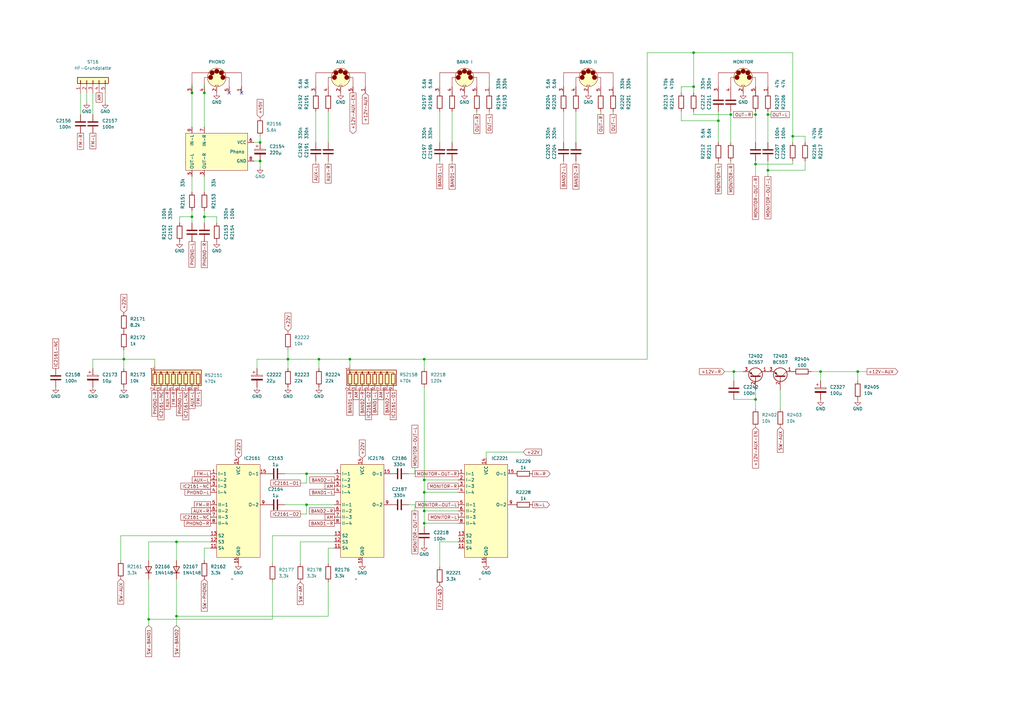
<source format=kicad_sch>
(kicad_sch (version 20230121) (generator eeschema)
  (paper "A3")
  (lib_symbols
    (symbol "Connector_Generic:Conn_01x05" (pin_names (offset 1.016) hide)
      (property "Reference" "J" (at 0 7.62 0))
      (property "Value" "Conn_01x05" (at 0 -7.62 0))
      (symbol "Conn_01x05_1_1"
        (pin passive line (at -5.08 5.08 0) (length 3.81) (name "Pin_1") (number "1"))
        (pin passive line (at -5.08 2.54 0) (length 3.81) (name "Pin_2") (number "2"))
        (pin passive line (at -5.08 0 0) (length 3.81) (name "Pin_3") (number "3"))
        (pin passive line (at -5.08 -2.54 0) (length 3.81) (name "Pin_4") (number "4"))
        (pin passive line (at -5.08 -5.08 0) (length 3.81) (name "Pin_5") (number "5"))
      )
    )
    (symbol "Device:C" (pin_numbers hide) (pin_names (offset 0.254))
      (property "Reference" "C" (at 0.635 2.54 0))
      (property "Value" "C" (at 0.635 -2.54 0))
      (symbol "C_1_1"
        (pin passive line (at 0 3.81 270) (length 2.794) (name "~") (number "1"))
        (pin passive line (at 0 -3.81 90) (length 2.794) (name "~") (number "2"))
      )
    )
    (symbol "Device:C_Polarized" (pin_numbers hide) (pin_names (offset 0.254))
      (property "Reference" "C" (at 0.635 2.54 0))
      (property "Value" "C_Polarized" (at 0.635 -2.54 0))
      (symbol "C_Polarized_1_1"
        (pin passive line (at 0 3.81 270) (length 2.794) (name "~") (number "1"))
        (pin passive line (at 0 -3.81 90) (length 2.794) (name "~") (number "2"))
      )
    )
    (symbol "Device:D" (pin_numbers hide) (pin_names (offset 1.016) hide)
      (property "Reference" "D" (at 0 2.54 0))
      (property "Value" "D" (at 0 -2.54 0))
      (symbol "D_1_1"
        (pin passive line (at -3.81 0 0) (length 2.54) (name "K") (number "1"))
        (pin passive line (at 3.81 0 180) (length 2.54) (name "A") (number "2"))
      )
    )
    (symbol "Device:R" (pin_numbers hide) (pin_names (offset 0))
      (property "Reference" "R" (at 2.032 0 90))
      (property "Value" "R" (at 0 0 90))
      (symbol "R_1_1"
        (pin passive line (at 0 3.81 270) (length 1.27) (name "~") (number "1"))
        (pin passive line (at 0 -3.81 90) (length 1.27) (name "~") (number "2"))
      )
    )
    (symbol "Device:R_Network08" (pin_names (offset 0) hide)
      (property "Reference" "RN" (at -12.7 0 90))
      (property "Value" "R_Network08" (at 10.16 0 90))
      (symbol "R_Network08_1_1"
        (pin passive line (at -10.16 5.08 270) (length 2.54) (name "common") (number "1"))
        (pin passive line (at -10.16 -5.08 90) (length 1.27) (name "R1") (number "2"))
        (pin passive line (at -7.62 -5.08 90) (length 1.27) (name "R2") (number "3"))
        (pin passive line (at -5.08 -5.08 90) (length 1.27) (name "R3") (number "4"))
        (pin passive line (at -2.54 -5.08 90) (length 1.27) (name "R4") (number "5"))
        (pin passive line (at 0 -5.08 90) (length 1.27) (name "R5") (number "6"))
        (pin passive line (at 2.54 -5.08 90) (length 1.27) (name "R6") (number "7"))
        (pin passive line (at 5.08 -5.08 90) (length 1.27) (name "R7") (number "8"))
        (pin passive line (at 7.62 -5.08 90) (length 1.27) (name "R8") (number "9"))
      )
    )
    (symbol "Library:Phono"
      (property "Reference" "U" (at 0 12.7 0))
      (symbol "Phono_1_1"
        (pin output line (at -5.08 -7.62 90) (length 2.54) (name "OUT-R") (number "3"))
        (pin output line (at -10.16 -7.62 90) (length 2.54) (name "OUT-L") (number "5"))
        (pin input line (at 15.24 6.35 180) (length 2.54) (name "VCC") (number "6"))
        (pin input line (at -5.08 12.7 270) (length 2.54) (name "IN-R") (number "7"))
        (pin input line (at 15.24 -1.27 180) (length 2.54) (name "GND") (number "8"))
        (pin input line (at -10.16 12.7 270) (length 2.54) (name "IN-L") (number "9"))
      )
    )
    (symbol "Library:Source_DIN-41524"
      (property "Reference" "J" (at 0 12.7 0))
      (symbol "Source_DIN-41524_1_1"
        (pin input line (at 10.16 0 90) (length 2.54) (name "") (number "1"))
        (pin passive line (at 0 0 90) (length 2.54) (name "") (number "2"))
        (pin output line (at -10.16 0 90) (length 2.54) (name "") (number "3"))
        (pin output line (at -5.08 0 90) (length 2.54) (name "") (number "4"))
        (pin input line (at 5.08 0 90) (length 2.54) (name "") (number "5"))
      )
    )
    (symbol "Library:TDA1029"
      (property "Reference" "U" (at 0 11.43 0))
      (symbol "TDA1029_1_1"
        (pin input line (at -11.43 -3.81 0) (length 2.54) (name "I-1") (number "1"))
        (pin input line (at -11.43 -34.29 0) (length 2.54) (name "S4") (number "11"))
        (pin input line (at -11.43 -31.75 0) (length 2.54) (name "S3") (number "12"))
        (pin input line (at -11.43 -29.21 0) (length 2.54) (name "S2") (number "13"))
        (pin passive line (at 0 2.54 270) (length 2.54) (name "VCC") (number "14"))
        (pin output line (at 11.43 -3.81 180) (length 2.54) (name "O-1") (number "15"))
        (pin passive line (at 0 -40.64 90) (length 2.54) (name "GND") (number "16"))
        (pin input line (at -11.43 -6.35 0) (length 2.54) (name "I-2") (number "2"))
        (pin input line (at -11.43 -8.89 0) (length 2.54) (name "I-3") (number "3"))
        (pin input line (at -11.43 -11.43 0) (length 2.54) (name "I-4") (number "4"))
        (pin input line (at -11.43 -16.51 0) (length 2.54) (name "II-1") (number "5"))
        (pin input line (at -11.43 -19.05 0) (length 2.54) (name "II-2") (number "6"))
        (pin input line (at -11.43 -21.59 0) (length 2.54) (name "II-3") (number "7"))
        (pin input line (at -11.43 -24.13 0) (length 2.54) (name "II-4") (number "8"))
        (pin output line (at 11.43 -16.51 180) (length 2.54) (name "O-2") (number "9"))
      )
    )
    (symbol "Transistor_BJT:BC557" (pin_names (offset 0) hide)
      (property "Reference" "Q" (at 5.08 1.905 0))
      (property "Value" "BC557" (at 5.08 0 0))
      (symbol "BC557_1_1"
        (pin passive line (at 2.54 5.08 270) (length 2.54) (name "C") (number "1"))
        (pin input line (at -5.08 0 0) (length 5.715) (name "B") (number "2"))
        (pin passive line (at 2.54 -5.08 90) (length 2.54) (name "E") (number "3"))
      )
    )
    (symbol "power:GND" (power) (pin_names (offset 0))
      (property "Value" "GND" (at 0 -3.81 0))
      (symbol "GND_1_1"
        (pin power_in line (at 0 0 270) (length 0) hide (name "GND") (number "1"))
      )
    )
  )
  (junction (at 314.96 46.99))
  (junction (at 78.74 38.1))
  (junction (at 106.68 66.04))
  (junction (at 284.48 35.56))
  (junction (at 284.48 21.59))
  (junction (at 83.82 38.1))
  (junction (at 325.12 55.88))
  (junction (at 50.8 147.32))
  (junction (at 351.79 152.4))
  (junction (at 60.96 254))
  (junction (at 300.99 152.4))
  (junction (at 314.96 69.85))
  (junction (at 106.68 58.42))
  (junction (at 83.82 88.9))
  (junction (at 78.74 88.9))
  (junction (at 72.39 222.25))
  (junction (at 173.99 196.85))
  (junction (at 72.39 252.73))
  (junction (at 143.51 147.32))
  (junction (at 336.55 152.4))
  (junction (at 173.99 201.93))
  (junction (at 309.88 163.83))
  (junction (at 309.88 46.99))
  (junction (at 299.72 46.99))
  (junction (at 130.81 147.32))
  (junction (at 118.11 147.32))
  (junction (at 173.99 214.63))
  (junction (at 309.88 67.31))
  (junction (at 125.73 194.31))
  (junction (at 173.99 147.32))
  (junction (at 125.73 207.01))
  (junction (at 173.99 209.55))
  (junction (at 294.64 49.53))
  (no_connect (at 99.06 38.1))
  (no_connect (at 93.98 38.1))
  (wire (pts (xy 332.74 152.4) (xy 336.55 152.4)))
  (wire (pts (xy 330.2 69.85) (xy 314.96 69.85)))
  (wire (pts (xy 299.72 66.04) (xy 299.72 67.31)))
  (wire (pts (xy 106.68 66.04) (xy 106.68 68.58)))
  (wire (pts (xy 187.96 209.55) (xy 173.99 209.55)))
  (wire (pts (xy 116.84 207.01) (xy 125.73 207.01)))
  (wire (pts (xy 294.64 49.53) (xy 294.64 58.42)))
  (wire (pts (xy 330.2 66.04) (xy 330.2 69.85)))
  (wire (pts (xy 83.82 224.79) (xy 83.82 229.87)))
  (wire (pts (xy 130.81 151.13) (xy 130.81 147.32)))
  (wire (pts (xy 78.74 34.29) (xy 78.74 38.1)))
  (wire (pts (xy 284.48 45.72) (xy 284.48 46.99)))
  (wire (pts (xy 187.96 196.85) (xy 173.99 196.85)))
  (wire (pts (xy 167.64 207.01) (xy 170.18 207.01)))
  (wire (pts (xy 105.41 151.13) (xy 105.41 147.32)))
  (wire (pts (xy 73.66 88.9) (xy 78.74 88.9)))
  (wire (pts (xy 173.99 214.63) (xy 173.99 215.9)))
  (wire (pts (xy 314.96 45.72) (xy 314.96 46.99)))
  (wire (pts (xy 134.62 66.04) (xy 134.62 67.31)))
  (wire (pts (xy 300.99 156.21) (xy 300.99 152.4)))
  (wire (pts (xy 72.39 222.25) (xy 72.39 229.87)))
  (wire (pts (xy 72.39 222.25) (xy 60.96 222.25)))
  (wire (pts (xy 195.58 45.72) (xy 195.58 46.99)))
  (wire (pts (xy 170.18 191.77) (xy 170.18 194.31)))
  (wire (pts (xy 86.36 224.79) (xy 83.82 224.79)))
  (wire (pts (xy 106.68 55.88) (xy 106.68 58.42)))
  (wire (pts (xy 231.14 66.04) (xy 231.14 67.31)))
  (wire (pts (xy 284.48 35.56) (xy 284.48 21.59)))
  (wire (pts (xy 137.16 219.71) (xy 111.76 219.71)))
  (wire (pts (xy 200.66 45.72) (xy 200.66 46.99)))
  (wire (pts (xy 300.99 163.83) (xy 309.88 163.83)))
  (wire (pts (xy 309.88 163.83) (xy 309.88 167.64)))
  (wire (pts (xy 299.72 46.99) (xy 299.72 58.42)))
  (wire (pts (xy 50.8 147.32) (xy 63.5 147.32)))
  (wire (pts (xy 279.4 45.72) (xy 279.4 49.53)))
  (wire (pts (xy 309.88 46.99) (xy 309.88 58.42)))
  (wire (pts (xy 330.2 55.88) (xy 330.2 58.42)))
  (wire (pts (xy 336.55 152.4) (xy 336.55 156.21)))
  (wire (pts (xy 325.12 67.31) (xy 309.88 67.31)))
  (wire (pts (xy 125.73 207.01) (xy 137.16 207.01)))
  (wire (pts (xy 130.81 147.32) (xy 118.11 147.32)))
  (wire (pts (xy 185.42 66.04) (xy 185.42 67.31)))
  (wire (pts (xy 236.22 45.72) (xy 236.22 58.42)))
  (wire (pts (xy 279.4 38.1) (xy 279.4 35.56)))
  (wire (pts (xy 231.14 45.72) (xy 231.14 58.42)))
  (wire (pts (xy 78.74 88.9) (xy 78.74 91.44)))
  (wire (pts (xy 86.36 222.25) (xy 72.39 222.25)))
  (wire (pts (xy 134.62 224.79) (xy 134.62 231.14)))
  (wire (pts (xy 60.96 254) (xy 60.96 256.54)))
  (wire (pts (xy 105.41 147.32) (xy 118.11 147.32)))
  (wire (pts (xy 60.96 237.49) (xy 60.96 254)))
  (wire (pts (xy 50.8 151.13) (xy 50.8 147.32)))
  (wire (pts (xy 308.61 46.99) (xy 309.88 46.99)))
  (wire (pts (xy 314.96 66.04) (xy 314.96 69.85)))
  (wire (pts (xy 78.74 72.39) (xy 78.74 78.74)))
  (wire (pts (xy 60.96 222.25) (xy 60.96 229.87)))
  (wire (pts (xy 314.96 46.99) (xy 316.23 46.99)))
  (wire (pts (xy 187.96 222.25) (xy 180.34 222.25)))
  (wire (pts (xy 38.1 147.32) (xy 50.8 147.32)))
  (wire (pts (xy 50.8 143.51) (xy 50.8 147.32)))
  (wire (pts (xy 72.39 252.73) (xy 134.62 252.73)))
  (wire (pts (xy 314.96 46.99) (xy 314.96 58.42)))
  (wire (pts (xy 297.18 152.4) (xy 300.99 152.4)))
  (wire (pts (xy 180.34 45.72) (xy 180.34 58.42)))
  (wire (pts (xy 236.22 66.04) (xy 236.22 67.31)))
  (wire (pts (xy 170.18 207.01) (xy 170.18 209.55)))
  (wire (pts (xy 83.82 88.9) (xy 83.82 91.44)))
  (wire (pts (xy 173.99 196.85) (xy 173.99 201.93)))
  (wire (pts (xy 199.39 185.42) (xy 214.63 185.42)))
  (wire (pts (xy 251.46 45.72) (xy 251.46 46.99)))
  (wire (pts (xy 265.43 21.59) (xy 265.43 147.32)))
  (wire (pts (xy 38.1 151.13) (xy 38.1 147.32)))
  (wire (pts (xy 336.55 152.4) (xy 351.79 152.4)))
  (wire (pts (xy 123.19 222.25) (xy 123.19 231.14)))
  (wire (pts (xy 83.82 34.29) (xy 83.82 38.1)))
  (wire (pts (xy 72.39 252.73) (xy 72.39 256.54)))
  (wire (pts (xy 284.48 46.99) (xy 299.72 46.99)))
  (wire (pts (xy 294.64 45.72) (xy 294.64 49.53)))
  (wire (pts (xy 129.54 45.72) (xy 129.54 58.42)))
  (wire (pts (xy 173.99 214.63) (xy 187.96 214.63)))
  (wire (pts (xy 284.48 21.59) (xy 265.43 21.59)))
  (wire (pts (xy 88.9 88.9) (xy 88.9 91.44)))
  (wire (pts (xy 73.66 88.9) (xy 73.66 91.44)))
  (wire (pts (xy 309.88 67.31) (xy 309.88 66.04)))
  (wire (pts (xy 43.18 38.1) (xy 43.18 41.91)))
  (wire (pts (xy 83.82 38.1) (xy 83.82 52.07)))
  (wire (pts (xy 325.12 21.59) (xy 325.12 55.88)))
  (wire (pts (xy 111.76 219.71) (xy 111.76 231.14)))
  (wire (pts (xy 83.82 88.9) (xy 88.9 88.9)))
  (wire (pts (xy 309.88 160.02) (xy 309.88 163.83)))
  (wire (pts (xy 351.79 156.21) (xy 351.79 152.4)))
  (wire (pts (xy 33.02 38.1) (xy 33.02 46.99)))
  (wire (pts (xy 104.14 66.04) (xy 106.68 66.04)))
  (wire (pts (xy 104.14 58.42) (xy 106.68 58.42)))
  (wire (pts (xy 180.34 66.04) (xy 180.34 67.31)))
  (wire (pts (xy 137.16 222.25) (xy 123.19 222.25)))
  (wire (pts (xy 325.12 55.88) (xy 330.2 55.88)))
  (wire (pts (xy 49.53 219.71) (xy 86.36 219.71)))
  (wire (pts (xy 134.62 45.72) (xy 134.62 58.42)))
  (wire (pts (xy 125.73 207.01) (xy 125.73 210.82)))
  (wire (pts (xy 129.54 66.04) (xy 129.54 67.31)))
  (wire (pts (xy 137.16 224.79) (xy 134.62 224.79)))
  (wire (pts (xy 83.82 86.36) (xy 83.82 88.9)))
  (wire (pts (xy 134.62 252.73) (xy 134.62 238.76)))
  (wire (pts (xy 314.96 69.85) (xy 314.96 72.39)))
  (wire (pts (xy 118.11 147.32) (xy 118.11 151.13)))
  (wire (pts (xy 173.99 151.13) (xy 173.99 147.32)))
  (wire (pts (xy 123.19 210.82) (xy 125.73 210.82)))
  (wire (pts (xy 49.53 219.71) (xy 49.53 229.87)))
  (wire (pts (xy 63.5 147.32) (xy 63.5 149.86)))
  (wire (pts (xy 325.12 58.42) (xy 325.12 55.88)))
  (wire (pts (xy 125.73 194.31) (xy 125.73 198.12)))
  (wire (pts (xy 185.42 45.72) (xy 185.42 58.42)))
  (wire (pts (xy 83.82 72.39) (xy 83.82 78.74)))
  (wire (pts (xy 123.19 198.12) (xy 125.73 198.12)))
  (wire (pts (xy 125.73 194.31) (xy 137.16 194.31)))
  (wire (pts (xy 60.96 254) (xy 111.76 254)))
  (wire (pts (xy 246.38 45.72) (xy 246.38 46.99)))
  (wire (pts (xy 173.99 147.32) (xy 143.51 147.32)))
  (wire (pts (xy 294.64 66.04) (xy 294.64 67.31)))
  (wire (pts (xy 284.48 21.59) (xy 325.12 21.59)))
  (wire (pts (xy 325.12 66.04) (xy 325.12 67.31)))
  (wire (pts (xy 173.99 201.93) (xy 187.96 201.93)))
  (wire (pts (xy 299.72 46.99) (xy 299.72 45.72)))
  (wire (pts (xy 38.1 38.1) (xy 38.1 46.99)))
  (wire (pts (xy 199.39 187.96) (xy 199.39 185.42)))
  (wire (pts (xy 173.99 147.32) (xy 265.43 147.32)))
  (wire (pts (xy 116.84 194.31) (xy 125.73 194.31)))
  (wire (pts (xy 279.4 49.53) (xy 294.64 49.53)))
  (wire (pts (xy 180.34 222.25) (xy 180.34 232.41)))
  (wire (pts (xy 78.74 86.36) (xy 78.74 88.9)))
  (wire (pts (xy 279.4 35.56) (xy 284.48 35.56)))
  (wire (pts (xy 118.11 147.32) (xy 118.11 143.51)))
  (wire (pts (xy 173.99 158.75) (xy 173.99 196.85)))
  (wire (pts (xy 309.88 67.31) (xy 309.88 72.39)))
  (wire (pts (xy 143.51 149.86) (xy 143.51 147.32)))
  (wire (pts (xy 78.74 38.1) (xy 78.74 52.07)))
  (wire (pts (xy 309.88 45.72) (xy 309.88 46.99)))
  (wire (pts (xy 173.99 209.55) (xy 173.99 214.63)))
  (wire (pts (xy 300.99 152.4) (xy 304.8 152.4)))
  (wire (pts (xy 320.04 160.02) (xy 320.04 167.64)))
  (wire (pts (xy 143.51 147.32) (xy 130.81 147.32)))
  (wire (pts (xy 72.39 237.49) (xy 72.39 252.73)))
  (wire (pts (xy 35.56 38.1) (xy 35.56 41.91)))
  (wire (pts (xy 173.99 201.93) (xy 173.99 209.55)))
  (wire (pts (xy 167.64 194.31) (xy 170.18 194.31)))
  (wire (pts (xy 111.76 254) (xy 111.76 238.76)))
  (wire (pts (xy 284.48 35.56) (xy 284.48 38.1)))
  (wire (pts (xy 351.79 152.4) (xy 355.6 152.4)))
  (global_label "IC2161-O1" (shape passive) (at 161.29 160.02 270) (property "Intersheetrefs" "${INTERSHEET_REFS}" (effects hide)))
  (global_label "IN-R" (shape output) (at 218.44 194.31 0) (property "Intersheetrefs" "${INTERSHEET_REFS}" (effects hide)))
  (global_label "+45V" (shape input) (at 106.68 48.26 90) (property "Intersheetrefs" "${INTERSHEET_REFS}" (effects hide)))
  (global_label "IC2161-NC" (shape passive) (at 86.36 212.09 180) (property "Intersheetrefs" "${INTERSHEET_REFS}" (effects hide)))
  (global_label "+22V" (shape input) (at 118.11 135.89 90) (property "Intersheetrefs" "${INTERSHEET_REFS}" (effects hide)))
  (global_label "BAND2-L" (shape passive) (at 231.14 67.31 270) (property "Intersheetrefs" "${INTERSHEET_REFS}" (effects hide)))
  (global_label "+12V-AUX" (shape output) (at 355.6 152.4 0) (property "Intersheetrefs" "${INTERSHEET_REFS}" (effects hide)))
  (global_label "+22V" (shape input) (at 97.79 187.96 90) (property "Intersheetrefs" "${INTERSHEET_REFS}" (effects hide)))
  (global_label "OUT-R" (shape passive) (at 246.38 46.99 270) (property "Intersheetrefs" "${INTERSHEET_REFS}" (effects hide)))
  (global_label "AUX-L" (shape passive) (at 86.36 196.85 180) (property "Intersheetrefs" "${INTERSHEET_REFS}" (effects hide)))
  (global_label "AUX-L" (shape passive) (at 78.74 160.02 270) (property "Intersheetrefs" "${INTERSHEET_REFS}" (effects hide)))
  (global_label "AM" (shape passive) (at 40.64 38.1 270) (property "Intersheetrefs" "${INTERSHEET_REFS}" (effects hide)))
  (global_label "OUT-L" (shape passive) (at 316.23 46.99 0) (property "Intersheetrefs" "${INTERSHEET_REFS}" (effects hide)))
  (global_label "IC2161-O2" (shape passive) (at 151.13 160.02 270) (property "Intersheetrefs" "${INTERSHEET_REFS}" (effects hide)))
  (global_label "BAND2-R" (shape passive) (at 236.22 67.31 270) (property "Intersheetrefs" "${INTERSHEET_REFS}" (effects hide)))
  (global_label "FM-R" (shape passive) (at 71.12 160.02 270) (property "Intersheetrefs" "${INTERSHEET_REFS}" (effects hide)))
  (global_label "PHONO-R" (shape passive) (at 83.82 99.06 270) (property "Intersheetrefs" "${INTERSHEET_REFS}" (effects hide)))
  (global_label "BAND1-R" (shape passive) (at 137.16 214.63 180) (property "Intersheetrefs" "${INTERSHEET_REFS}" (effects hide)))
  (global_label "BAND2-R" (shape passive) (at 137.16 209.55 180) (property "Intersheetrefs" "${INTERSHEET_REFS}" (effects hide)))
  (global_label "SW-AUX" (shape input) (at 320.04 175.26 270) (property "Intersheetrefs" "${INTERSHEET_REFS}" (effects hide)))
  (global_label "BAND2-L" (shape passive) (at 137.16 196.85 180) (property "Intersheetrefs" "${INTERSHEET_REFS}" (effects hide)))
  (global_label "PHONO-L" (shape passive) (at 78.74 99.06 270) (property "Intersheetrefs" "${INTERSHEET_REFS}" (effects hide)))
  (global_label "IC2161-O1" (shape passive) (at 123.19 198.12 180) (property "Intersheetrefs" "${INTERSHEET_REFS}" (effects hide)))
  (global_label "OUT-R" (shape passive) (at 195.58 46.99 270) (property "Intersheetrefs" "${INTERSHEET_REFS}" (effects hide)))
  (global_label "OUT-R" (shape passive) (at 308.61 46.99 180) (property "Intersheetrefs" "${INTERSHEET_REFS}" (effects hide)))
  (global_label "IC2161-NC" (shape passive) (at 66.04 160.02 270) (property "Intersheetrefs" "${INTERSHEET_REFS}" (effects hide)))
  (global_label "MONITOR-OUT-L" (shape passive) (at 187.96 207.01 180) (property "Intersheetrefs" "${INTERSHEET_REFS}" (effects hide)))
  (global_label "+22V" (shape input) (at 148.59 187.96 90) (property "Intersheetrefs" "${INTERSHEET_REFS}" (effects hide)))
  (global_label "AM" (shape passive) (at 137.16 199.39 180) (property "Intersheetrefs" "${INTERSHEET_REFS}" (effects hide)))
  (global_label "IC2161-NC" (shape passive) (at 22.86 151.13 90) (property "Intersheetrefs" "${INTERSHEET_REFS}" (effects hide)))
  (global_label "IC2161-O2" (shape passive) (at 123.19 210.82 180) (property "Intersheetrefs" "${INTERSHEET_REFS}" (effects hide)))
  (global_label "MONITOR-OUT-R" (shape passive) (at 170.18 209.55 270) (property "Intersheetrefs" "${INTERSHEET_REFS}" (effects hide)))
  (global_label "FM-R" (shape passive) (at 33.02 54.61 270) (property "Intersheetrefs" "${INTERSHEET_REFS}" (effects hide)))
  (global_label "PHONO-L" (shape passive) (at 86.36 201.93 180) (property "Intersheetrefs" "${INTERSHEET_REFS}" (effects hide)))
  (global_label "BAND2-L" (shape passive) (at 158.75 160.02 270) (property "Intersheetrefs" "${INTERSHEET_REFS}" (effects hide)))
  (global_label "MONITOR-R" (shape passive) (at 187.96 199.39 180) (property "Intersheetrefs" "${INTERSHEET_REFS}" (effects hide)))
  (global_label "PHONO-R" (shape passive) (at 86.36 214.63 180) (property "Intersheetrefs" "${INTERSHEET_REFS}" (effects hide)))
  (global_label "SW-BAND2" (shape input) (at 72.39 256.54 270) (property "Intersheetrefs" "${INTERSHEET_REFS}" (effects hide)))
  (global_label "AM" (shape passive) (at 146.05 160.02 270) (property "Intersheetrefs" "${INTERSHEET_REFS}" (effects hide)))
  (global_label "IC2161-NC" (shape passive) (at 76.2 160.02 270) (property "Intersheetrefs" "${INTERSHEET_REFS}" (effects hide)))
  (global_label "PHONO-L" (shape passive) (at 73.66 160.02 270) (property "Intersheetrefs" "${INTERSHEET_REFS}" (effects hide)))
  (global_label "MONITOR-R" (shape passive) (at 299.72 67.31 270) (property "Intersheetrefs" "${INTERSHEET_REFS}" (effects hide)))
  (global_label "+22V" (shape input) (at 214.63 185.42 0) (property "Intersheetrefs" "${INTERSHEET_REFS}" (effects hide)))
  (global_label "+12V-AUX" (shape input) (at 149.86 38.1 270) (property "Intersheetrefs" "${INTERSHEET_REFS}" (effects hide)))
  (global_label "OUT-L" (shape passive) (at 200.66 46.99 270) (property "Intersheetrefs" "${INTERSHEET_REFS}" (effects hide)))
  (global_label "MONITOR-L" (shape passive) (at 187.96 212.09 180) (property "Intersheetrefs" "${INTERSHEET_REFS}" (effects hide)))
  (global_label "SW-BAND1" (shape input) (at 60.96 256.54 270) (property "Intersheetrefs" "${INTERSHEET_REFS}" (effects hide)))
  (global_label "SW-PHONO" (shape input) (at 83.82 237.49 270) (property "Intersheetrefs" "${INTERSHEET_REFS}" (effects hide)))
  (global_label "AUX-L" (shape passive) (at 129.54 67.31 270) (property "Intersheetrefs" "${INTERSHEET_REFS}" (effects hide)))
  (global_label "AUX-R" (shape passive) (at 68.58 160.02 270) (property "Intersheetrefs" "${INTERSHEET_REFS}" (effects hide)))
  (global_label "+12V-R" (shape input) (at 297.18 152.4 180) (property "Intersheetrefs" "${INTERSHEET_REFS}" (effects hide)))
  (global_label "FM-L" (shape passive) (at 86.36 194.31 180) (property "Intersheetrefs" "${INTERSHEET_REFS}" (effects hide)))
  (global_label "IN-L" (shape output) (at 218.44 207.01 0) (property "Intersheetrefs" "${INTERSHEET_REFS}" (effects hide)))
  (global_label "SW-AM" (shape input) (at 123.19 238.76 270) (property "Intersheetrefs" "${INTERSHEET_REFS}" (effects hide)))
  (global_label "AUX-R" (shape passive) (at 134.62 67.31 270) (property "Intersheetrefs" "${INTERSHEET_REFS}" (effects hide)))
  (global_label "IC2161-NC" (shape passive) (at 86.36 199.39 180) (property "Intersheetrefs" "${INTERSHEET_REFS}" (effects hide)))
  (global_label "FM-L" (shape passive) (at 38.1 54.61 270) (property "Intersheetrefs" "${INTERSHEET_REFS}" (effects hide)))
  (global_label "AM" (shape passive) (at 137.16 212.09 180) (property "Intersheetrefs" "${INTERSHEET_REFS}" (effects hide)))
  (global_label "BAND2-R" (shape passive) (at 148.59 160.02 270) (property "Intersheetrefs" "${INTERSHEET_REFS}" (effects hide)))
  (global_label "BAND1-L" (shape passive) (at 137.16 201.93 180) (property "Intersheetrefs" "${INTERSHEET_REFS}" (effects hide)))
  (global_label "OUT-L" (shape passive) (at 251.46 46.99 270) (property "Intersheetrefs" "${INTERSHEET_REFS}" (effects hide)))
  (global_label "MONITOR-OUT-L" (shape passive) (at 314.96 72.39 270) (property "Intersheetrefs" "${INTERSHEET_REFS}" (effects hide)))
  (global_label "BAND1-R" (shape passive) (at 185.42 67.31 270) (property "Intersheetrefs" "${INTERSHEET_REFS}" (effects hide)))
  (global_label "MONITOR-OUT-L" (shape passive) (at 170.18 191.77 90) (property "Intersheetrefs" "${INTERSHEET_REFS}" (effects hide)))
  (global_label "MONITOR-OUT-R" (shape passive) (at 309.88 72.39 270) (property "Intersheetrefs" "${INTERSHEET_REFS}" (effects hide)))
  (global_label "+12V-AUX-EN" (shape output) (at 144.78 38.1 270) (property "Intersheetrefs" "${INTERSHEET_REFS}" (effects hide)))
  (global_label "BAND1-L" (shape passive) (at 180.34 67.31 270) (property "Intersheetrefs" "${INTERSHEET_REFS}" (effects hide)))
  (global_label "MONITOR-OUT-R" (shape passive) (at 187.96 194.31 180) (property "Intersheetrefs" "${INTERSHEET_REFS}" (effects hide)))
  (global_label "AM" (shape passive) (at 156.21 160.02 270) (property "Intersheetrefs" "${INTERSHEET_REFS}" (effects hide)))
  (global_label "AUX-R" (shape passive) (at 86.36 209.55 180) (property "Intersheetrefs" "${INTERSHEET_REFS}" (effects hide)))
  (global_label "FM-L" (shape passive) (at 81.28 160.02 270) (property "Intersheetrefs" "${INTERSHEET_REFS}" (effects hide)))
  (global_label "+22V" (shape input) (at 50.8 128.27 90) (property "Intersheetrefs" "${INTERSHEET_REFS}" (effects hide)))
  (global_label "+12V-AUX-EN" (shape input) (at 309.88 175.26 270) (property "Intersheetrefs" "${INTERSHEET_REFS}" (effects hide)))
  (global_label "FF2-Q3" (shape input) (at 180.34 240.03 270) (property "Intersheetrefs" "${INTERSHEET_REFS}" (effects hide)))
  (global_label "FM-R" (shape passive) (at 86.36 207.01 180) (property "Intersheetrefs" "${INTERSHEET_REFS}" (effects hide)))
  (global_label "BAND1-L" (shape passive) (at 153.67 160.02 270) (property "Intersheetrefs" "${INTERSHEET_REFS}" (effects hide)))
  (global_label "PHONO-R" (shape passive) (at 63.5 160.02 270) (property "Intersheetrefs" "${INTERSHEET_REFS}" (effects hide)))
  (global_label "MONITOR-L" (shape passive) (at 294.64 67.31 270) (property "Intersheetrefs" "${INTERSHEET_REFS}" (effects hide)))
  (global_label "SW-AUX" (shape input) (at 49.53 237.49 270) (property "Intersheetrefs" "${INTERSHEET_REFS}" (effects hide)))
  (global_label "BAND1-R" (shape passive) (at 143.51 160.02 270) (property "Intersheetrefs" "${INTERSHEET_REFS}" (effects hide)))
  (symbol (lib_id "Device:R_Network08") (at 73.66 154.94 0) (unit 1)
    (property "Reference" "RS2151" (at 83.82 153.924 0) (effects (justify left)))
    (property "Value" "470k" (at 83.82 156.464 0) (effects (justify left)))
    (property "Footprint" "Resistor_THT:R_Array_SIP9" (effects hide))
    (property "Datasheet" "http://www.vishay.com/docs/31509/csc.pdf" (effects hide))
  )
  (symbol (lib_id "power:GND") (at 351.79 163.83 0) (unit 1)
    (property "Reference" "#PWR088" (effects hide))
    (property "Value" "GND" (at 351.79 167.64 0))
  )
  (symbol (lib_id "Device:C") (at 83.82 95.25 180) (unit 1)
    (property "Reference" "C2153" (at 92.71 95.25 90))
    (property "Value" "330n" (at 92.71 87.63 90))
    (property "Footprint" "Capacitor_THT:C_Rect_L7.0mm_W2.5mm_P5.00mm" (effects hide))
  )
  (symbol (lib_id "Device:R") (at 200.66 41.91 0) (unit 1)
    (property "Reference" "R2193" (at 207.01 41.91 90))
    (property "Value" "330k" (at 207.01 34.29 90))
    (property "Footprint" "Resistor_THT:R_Axial_DIN0207_L6.3mm_D2.5mm_P5.08mm_Vertical" (effects hide))
  )
  (symbol (lib_id "Device:C") (at 300.99 160.02 0) (unit 1)
    (property "Reference" "C2242" (at 304.8 158.75 0) (effects (justify left)))
    (property "Value" "100n" (at 304.8 161.29 0) (effects (justify left)))
    (property "Footprint" "Capacitor_THT:C_Rect_L7.0mm_W2.0mm_P5.00mm" (effects hide))
    (instances (project "NF-Grundplatte" (path "" (reference "C2242") (unit 1)) (path "" (reference "C2401") (unit 1))))
  )
  (symbol (lib_id "Device:R") (at 83.82 82.55 0) (unit 1)
    (property "Reference" "R2153" (at 87.63 82.55 90))
    (property "Value" "33k" (at 87.63 74.93 90))
    (property "Footprint" "Resistor_THT:R_Axial_DIN0207_L6.3mm_D2.5mm_P10.16mm_Horizontal" (effects hide))
  )
  (symbol (lib_id "Device:C") (at 180.34 62.23 0) (unit 1)
    (property "Reference" "C2197" (at 173.99 62.23 90))
    (property "Value" "330n" (at 173.99 54.61 90))
    (property "Footprint" "Capacitor_THT:C_Rect_L7.0mm_W2.5mm_P5.00mm" (effects hide))
  )
  (symbol (lib_id "Device:R") (at 214.63 207.01 90) (unit 1)
    (property "Reference" "R2228" (at 214.63 201.93 90))
    (property "Value" "1k" (at 214.63 204.47 90))
    (property "Footprint" "Resistor_THT:R_Axial_DIN0207_L6.3mm_D2.5mm_P10.16mm_Horizontal" (effects hide))
  )
  (symbol (lib_id "Device:R") (at 330.2 62.23 0) (unit 1)
    (property "Reference" "R2217" (at 336.55 62.23 90))
    (property "Value" "470k" (at 336.55 54.61 90))
    (property "Footprint" "Resistor_THT:R_Axial_DIN0207_L6.3mm_D2.5mm_P10.16mm_Horizontal" (effects hide))
  )
  (symbol (lib_id "Device:R") (at 325.12 62.23 0) (unit 1)
    (property "Reference" "R2216" (at 334.01 62.23 90))
    (property "Value" "470k" (at 334.01 54.61 90))
    (property "Footprint" "Resistor_THT:R_Axial_DIN0207_L6.3mm_D2.5mm_P10.16mm_Horizontal" (effects hide))
  )
  (symbol (lib_id "power:GND") (at 73.66 99.06 0) (unit 1)
    (property "Reference" "#PWR07" (effects hide))
    (property "Value" "GND" (at 73.66 102.87 0))
  )
  (symbol (lib_id "Device:R") (at 284.48 41.91 0) (unit 1)
    (property "Reference" "R2214" (at 275.59 41.91 90))
    (property "Value" "470k" (at 275.59 34.29 90))
    (property "Footprint" "Resistor_THT:R_Axial_DIN0207_L6.3mm_D2.5mm_P10.16mm_Horizontal" (effects hide))
  )
  (symbol (lib_id "Library:Source_DIN-41524") (at 88.9 38.1 0) (unit 1)
    (property "Reference" "J29" (effects hide))
    (property "Value" "PHONO" (at 88.9 25.4 0))
    (property "Footprint" "Library:Source_DIN-41524" (effects hide))
  )
  (symbol (lib_id "Device:R") (at 185.42 41.91 0) (unit 1)
    (property "Reference" "R2196" (at 176.53 41.91 90))
    (property "Value" "5.6k" (at 176.53 34.29 90))
    (property "Footprint" "Resistor_THT:R_Axial_DIN0207_L6.3mm_D2.5mm_P5.08mm_Vertical" (effects hide))
  )
  (symbol (lib_id "Device:R") (at 49.53 233.68 0) (mirror y) (unit 1)
    (property "Reference" "R2161" (at 52.07 232.41 0) (effects (justify right)))
    (property "Value" "3.3k" (at 52.07 234.95 0) (effects (justify right)))
    (property "Footprint" "Resistor_THT:R_Axial_DIN0207_L6.3mm_D2.5mm_P10.16mm_Horizontal" (effects hide))
  )
  (symbol (lib_id "Device:R") (at 214.63 194.31 90) (unit 1)
    (property "Reference" "R2229" (at 214.63 189.23 90))
    (property "Value" "1k" (at 214.63 191.77 90))
    (property "Footprint" "Resistor_THT:R_Axial_DIN0207_L6.3mm_D2.5mm_P10.16mm_Horizontal" (effects hide))
  )
  (symbol (lib_id "Device:C") (at 113.03 194.31 90) (unit 1)
    (property "Reference" "C2163" (at 113.03 187.96 90))
    (property "Value" "1µ" (at 113.03 190.5 90))
    (property "Footprint" "Capacitor_THT:C_Rect_L7.2mm_W4.5mm_P5.00mm_FKS2_FKP2_MKS2_MKP2" (effects hide))
  )
  (symbol (lib_id "power:GND") (at 38.1 158.75 0) (unit 1)
    (property "Reference" "#PWR049" (effects hide))
    (property "Value" "GND" (at 38.1 162.56 0))
  )
  (symbol (lib_id "Library:Source_DIN-41524") (at 304.8 38.1 0) (unit 1)
    (property "Reference" "J26" (effects hide))
    (property "Value" "MONITOR" (at 304.8 25.4 0))
    (property "Footprint" "Library:Source_DIN-41524" (effects hide))
  )
  (symbol (lib_id "Device:R") (at 236.22 41.91 0) (unit 1)
    (property "Reference" "R2203" (at 227.33 41.91 90))
    (property "Value" "5.6k" (at 227.33 34.29 90))
    (property "Footprint" "Resistor_THT:R_Axial_DIN0207_L6.3mm_D2.5mm_P5.08mm_Vertical" (effects hide))
  )
  (symbol (lib_id "power:GND") (at 43.18 41.91 0) (unit 1)
    (property "Reference" "#PWR010" (effects hide))
    (property "Value" "GND" (at 43.18 45.72 0))
  )
  (symbol (lib_id "Library:Source_DIN-41524") (at 241.3 38.1 0) (unit 1)
    (property "Reference" "J28" (effects hide))
    (property "Value" "BAND II" (at 241.3 25.4 0))
    (property "Footprint" "Library:Source_DIN-41524" (effects hide))
  )
  (symbol (lib_id "Device:R") (at 246.38 41.91 0) (unit 1)
    (property "Reference" "R2202" (at 255.27 41.91 90))
    (property "Value" "330k" (at 255.27 34.29 90))
    (property "Footprint" "Resistor_THT:R_Axial_DIN0207_L6.3mm_D2.5mm_P5.08mm_Vertical" (effects hide))
  )
  (symbol (lib_id "Device:C") (at 113.03 207.01 90) (unit 1)
    (property "Reference" "C2164" (at 113.03 200.66 90))
    (property "Value" "1µ" (at 113.03 203.2 90))
    (property "Footprint" "Capacitor_THT:C_Rect_L7.2mm_W4.5mm_P5.00mm_FKS2_FKP2_MKS2_MKP2" (effects hide))
  )
  (symbol (lib_id "power:GND") (at 139.7 38.1 0) (unit 1)
    (property "Reference" "#PWR04" (effects hide))
    (property "Value" "GND" (at 139.7 41.91 0))
  )
  (symbol (lib_id "power:GND") (at 190.5 38.1 0) (unit 1)
    (property "Reference" "#PWR03" (effects hide))
    (property "Value" "GND" (at 190.5 41.91 0))
  )
  (symbol (lib_id "Transistor_BJT:BC557") (at 309.88 154.94 270) (mirror x) (unit 1)
    (property "Reference" "T2402" (at 309.88 146.05 90))
    (property "Value" "BC557" (at 309.88 148.59 90))
    (property "Footprint" "Package_TO_SOT_THT:TO-92_Wide" (effects hide))
    (property "Datasheet" "https://www.onsemi.com/pub/Collateral/BC556BTA-D.pdf" (effects hide))
  )
  (symbol (lib_id "Device:R") (at 134.62 234.95 0) (mirror y) (unit 1)
    (property "Reference" "R2176" (at 137.16 233.68 0) (effects (justify right)))
    (property "Value" "3.3k" (at 137.16 236.22 0) (effects (justify right)))
    (property "Footprint" "Resistor_THT:R_Axial_DIN0207_L6.3mm_D2.5mm_P10.16mm_Horizontal" (effects hide))
  )
  (symbol (lib_id "Library:Source_DIN-41524") (at 190.5 38.1 0) (unit 1)
    (property "Reference" "J27" (effects hide))
    (property "Value" "BAND I" (at 190.5 25.4 0))
    (property "Footprint" "Library:Source_DIN-41524" (effects hide))
  )
  (symbol (lib_id "power:GND") (at 88.9 99.06 0) (unit 1)
    (property "Reference" "#PWR08" (effects hide))
    (property "Value" "GND" (at 88.9 102.87 0))
  )
  (symbol (lib_id "power:GND") (at 241.3 38.1 0) (unit 1)
    (property "Reference" "#PWR02" (effects hide))
    (property "Value" "GND" (at 241.3 41.91 0))
  )
  (symbol (lib_id "Device:C") (at 22.86 154.94 0) (unit 1)
    (property "Reference" "C2158" (at 26.67 153.67 0) (effects (justify left)))
    (property "Value" "100n" (at 26.67 156.21 0) (effects (justify left)))
    (property "Footprint" "Capacitor_THT:C_Rect_L7.0mm_W2.0mm_P5.00mm" (effects hide))
  )
  (symbol (lib_id "Device:R") (at 88.9 95.25 0) (unit 1)
    (property "Reference" "R2154" (at 95.25 95.25 90))
    (property "Value" "100k" (at 95.25 87.63 90))
    (property "Footprint" "Resistor_THT:R_Axial_DIN0207_L6.3mm_D2.5mm_P10.16mm_Horizontal" (effects hide))
  )
  (symbol (lib_id "Device:C") (at 163.83 207.01 90) (unit 1)
    (property "Reference" "C2187" (at 163.83 200.66 90))
    (property "Value" "330n" (at 163.83 203.2 90))
    (property "Footprint" "Capacitor_THT:C_Rect_L7.0mm_W2.5mm_P5.00mm" (effects hide))
  )
  (symbol (lib_id "Device:C_Polarized") (at 105.41 154.94 0) (unit 1)
    (property "Reference" "C2222" (at 109.22 153.67 0) (effects (justify left)))
    (property "Value" "22µ" (at 109.22 156.21 0) (effects (justify left)))
    (property "Footprint" "Capacitor_THT:CP_Radial_D5.0mm_P2.00mm" (effects hide))
  )
  (symbol (lib_id "Device:R") (at 309.88 41.91 0) (unit 1)
    (property "Reference" "R2207" (at 318.77 41.91 90))
    (property "Value" "47k" (at 318.77 34.29 90))
    (property "Footprint" "Resistor_THT:R_Axial_DIN0207_L6.3mm_D2.5mm_P5.08mm_Vertical" (effects hide))
  )
  (symbol (lib_id "power:GND") (at 97.79 231.14 0) (unit 1)
    (property "Reference" "#PWR011" (effects hide))
    (property "Value" "GND" (at 97.79 234.95 0))
  )
  (symbol (lib_id "Library:TDA1029") (at 97.79 190.5 0) (unit 1)
    (property "Reference" "IC2161" (at 99.9841 187.96 0) (effects (justify left)))
    (property "Value" "~" (at 95.25 237.49 0))
    (property "Footprint" "Package_DIP:DIP-16_W7.62mm" (effects hide))
  )
  (symbol (lib_id "Device:C_Polarized") (at 38.1 154.94 0) (unit 1)
    (property "Reference" "C2173" (at 41.91 153.67 0) (effects (justify left)))
    (property "Value" "10µ" (at 41.91 156.21 0) (effects (justify left)))
    (property "Footprint" "Capacitor_THT:CP_Radial_D5.0mm_P2.00mm" (effects hide))
  )
  (symbol (lib_id "Device:C") (at 163.83 194.31 90) (unit 1)
    (property "Reference" "C2186" (at 163.83 187.96 90))
    (property "Value" "330n" (at 163.83 190.5 90))
    (property "Footprint" "Capacitor_THT:C_Rect_L7.0mm_W2.5mm_P5.00mm" (effects hide))
  )
  (symbol (lib_id "Device:C") (at 38.1 50.8 180) (unit 1)
    (property "Reference" "C2157" (at 41.91 49.53 0) (effects (justify right)))
    (property "Value" "100n" (at 41.91 52.07 0) (effects (justify right)))
    (property "Footprint" "Capacitor_THT:C_Rect_L7.0mm_W2.0mm_P5.00mm" (effects hide))
  )
  (symbol (lib_id "power:GND") (at 118.11 158.75 0) (unit 1)
    (property "Reference" "#PWR051" (effects hide))
    (property "Value" "GND" (at 118.11 162.56 0))
  )
  (symbol (lib_id "power:GND") (at 148.59 231.14 0) (unit 1)
    (property "Reference" "#PWR012" (effects hide))
    (property "Value" "GND" (at 148.59 234.95 0))
  )
  (symbol (lib_id "Device:R") (at 299.72 62.23 0) (unit 1)
    (property "Reference" "R2211" (at 290.83 62.23 90))
    (property "Value" "5.6k" (at 290.83 54.61 90))
    (property "Footprint" "Resistor_THT:R_Axial_DIN0207_L6.3mm_D2.5mm_P10.16mm_Horizontal" (effects hide))
  )
  (symbol (lib_id "Device:R") (at 106.68 52.07 0) (unit 1)
    (property "Reference" "R2156" (at 109.22 50.8 0) (effects (justify left)))
    (property "Value" "5.6k" (at 109.22 53.34 0) (effects (justify left)))
    (property "Footprint" "Resistor_THT:R_Axial_DIN0207_L6.3mm_D2.5mm_P10.16mm_Horizontal" (effects hide))
  )
  (symbol (lib_id "Device:C") (at 299.72 41.91 0) (unit 1)
    (property "Reference" "C2211" (at 290.83 41.91 90))
    (property "Value" "330n" (at 290.83 34.29 90))
    (property "Footprint" "Capacitor_THT:C_Rect_L7.0mm_W2.5mm_P5.00mm" (effects hide))
  )
  (symbol (lib_id "Device:R") (at 134.62 41.91 0) (unit 1)
    (property "Reference" "R2191" (at 125.73 41.91 90))
    (property "Value" "5.6k" (at 125.73 34.29 90))
    (property "Footprint" "Resistor_THT:R_Axial_DIN0207_L6.3mm_D2.5mm_P5.08mm_Vertical" (effects hide))
  )
  (symbol (lib_id "Device:C") (at 185.42 62.23 0) (unit 1)
    (property "Reference" "C2196" (at 176.53 62.23 90))
    (property "Value" "330n" (at 176.53 54.61 90))
    (property "Footprint" "Capacitor_THT:C_Rect_L7.0mm_W2.5mm_P5.00mm" (effects hide))
  )
  (symbol (lib_id "Device:R") (at 294.64 62.23 0) (unit 1)
    (property "Reference" "R2212" (at 288.29 62.23 90))
    (property "Value" "5.6k" (at 288.29 54.61 90))
    (property "Footprint" "Resistor_THT:R_Axial_DIN0207_L6.3mm_D2.5mm_P10.16mm_Horizontal" (effects hide))
  )
  (symbol (lib_id "Device:C") (at 314.96 62.23 0) (unit 1)
    (property "Reference" "C2206" (at 321.31 62.23 90))
    (property "Value" "100n" (at 321.31 54.61 90))
    (property "Footprint" "Capacitor_THT:C_Rect_L7.0mm_W2.0mm_P5.00mm" (effects hide))
  )
  (symbol (lib_id "Device:C") (at 309.88 62.23 0) (unit 1)
    (property "Reference" "C2207" (at 318.77 62.23 90))
    (property "Value" "100n" (at 318.77 54.61 90))
    (property "Footprint" "Capacitor_THT:C_Rect_L7.0mm_W2.0mm_P5.00mm" (effects hide))
  )
  (symbol (lib_id "power:GND") (at 304.8 38.1 0) (unit 1)
    (property "Reference" "#PWR01" (effects hide))
    (property "Value" "GND" (at 304.8 41.91 0))
  )
  (symbol (lib_id "Device:R") (at 123.19 234.95 0) (mirror y) (unit 1)
    (property "Reference" "R2178" (at 125.73 233.68 0) (effects (justify right)))
    (property "Value" "3.3k" (at 125.73 236.22 0) (effects (justify right)))
    (property "Footprint" "Resistor_THT:R_Axial_DIN0207_L6.3mm_D2.5mm_P10.16mm_Horizontal" (effects hide))
  )
  (symbol (lib_id "power:GND") (at 199.39 231.14 0) (unit 1)
    (property "Reference" "#PWR013" (effects hide))
    (property "Value" "GND" (at 199.39 234.95 0))
  )
  (symbol (lib_id "Device:R") (at 78.74 82.55 0) (unit 1)
    (property "Reference" "R2151" (at 74.93 82.55 90))
    (property "Value" "33k" (at 74.93 74.93 90))
    (property "Footprint" "Resistor_THT:R_Axial_DIN0207_L6.3mm_D2.5mm_P10.16mm_Horizontal" (effects hide))
  )
  (symbol (lib_id "Library:TDA1029") (at 148.59 190.5 0) (unit 1)
    (property "Reference" "IC2176" (at 150.7841 187.96 0) (effects (justify left)))
    (property "Value" "~" (at 146.05 237.49 0))
    (property "Footprint" "Package_DIP:DIP-16_W7.62mm" (effects hide))
  )
  (symbol (lib_id "Device:R") (at 309.88 171.45 0) (mirror y) (unit 1)
    (property "Reference" "R2402" (at 312.42 170.18 0) (effects (justify right)))
    (property "Value" "10k" (at 312.42 172.72 0) (effects (justify right)))
    (property "Footprint" "Resistor_THT:R_Axial_DIN0207_L6.3mm_D2.5mm_P5.08mm_Vertical" (effects hide))
  )
  (symbol (lib_id "Device:R") (at 231.14 41.91 0) (unit 1)
    (property "Reference" "R2204" (at 224.79 41.91 90))
    (property "Value" "5.6k" (at 224.79 34.29 90))
    (property "Footprint" "Resistor_THT:R_Axial_DIN0207_L6.3mm_D2.5mm_P5.08mm_Vertical" (effects hide))
  )
  (symbol (lib_id "Device:R") (at 320.04 171.45 0) (mirror y) (unit 1)
    (property "Reference" "R2403" (at 322.58 170.18 0) (effects (justify right)))
    (property "Value" "10k" (at 322.58 172.72 0) (effects (justify right)))
    (property "Footprint" "Resistor_THT:R_Axial_DIN0207_L6.3mm_D2.5mm_P10.16mm_Horizontal" (effects hide))
  )
  (symbol (lib_id "Device:C") (at 129.54 62.23 0) (unit 1)
    (property "Reference" "C2192" (at 123.19 64.77 90) (effects (justify left)))
    (property "Value" "330n" (at 123.19 54.61 90))
    (property "Footprint" "Capacitor_THT:C_Rect_L7.0mm_W2.5mm_P5.00mm" (effects hide))
  )
  (symbol (lib_id "Device:R") (at 180.34 236.22 0) (unit 1)
    (property "Reference" "R2221" (at 182.88 234.95 0) (effects (justify left)))
    (property "Value" "3.3k" (at 182.88 237.49 0) (effects (justify left)))
    (property "Footprint" "Resistor_THT:R_Axial_DIN0207_L6.3mm_D2.5mm_P10.16mm_Horizontal" (effects hide))
  )
  (symbol (lib_id "Device:R") (at 251.46 41.91 0) (unit 1)
    (property "Reference" "R2201" (at 257.81 41.91 90))
    (property "Value" "330k" (at 257.81 34.29 90))
    (property "Footprint" "Resistor_THT:R_Axial_DIN0207_L6.3mm_D2.5mm_P5.08mm_Vertical" (effects hide))
  )
  (symbol (lib_id "Library:Source_DIN-41524") (at 139.7 38.1 0) (unit 1)
    (property "Reference" "J30" (effects hide))
    (property "Value" "AUX" (at 139.7 25.4 0))
    (property "Footprint" "Library:Source_DIN-41524" (effects hide))
  )
  (symbol (lib_id "Device:R") (at 73.66 95.25 0) (unit 1)
    (property "Reference" "R2152" (at 67.31 95.25 90))
    (property "Value" "100k" (at 67.31 87.63 90))
    (property "Footprint" "Resistor_THT:R_Axial_DIN0207_L6.3mm_D2.5mm_P10.16mm_Horizontal" (effects hide))
  )
  (symbol (lib_id "Device:C") (at 231.14 62.23 0) (unit 1)
    (property "Reference" "C2203" (at 224.79 62.23 90))
    (property "Value" "330n" (at 224.79 54.61 90))
    (property "Footprint" "Capacitor_THT:C_Rect_L7.0mm_W2.5mm_P5.00mm" (effects hide))
  )
  (symbol (lib_id "Device:R") (at 328.93 152.4 270) (mirror x) (unit 1)
    (property "Reference" "R2404" (at 328.93 147.32 90))
    (property "Value" "100" (at 328.93 149.86 90))
    (property "Footprint" "Resistor_THT:R_Axial_DIN0207_L6.3mm_D2.5mm_P5.08mm_Vertical" (effects hide))
  )
  (symbol (lib_id "Device:C") (at 236.22 62.23 0) (unit 1)
    (property "Reference" "C2204" (at 227.33 62.23 90))
    (property "Value" "330n" (at 227.33 54.61 90))
    (property "Footprint" "Capacitor_THT:C_Rect_L7.0mm_W2.5mm_P5.00mm" (effects hide))
  )
  (symbol (lib_id "Device:C") (at 33.02 50.8 180) (unit 1)
    (property "Reference" "C2156" (at 29.21 49.53 0) (effects (justify left)))
    (property "Value" "100n" (at 29.21 52.07 0) (effects (justify left)))
    (property "Footprint" "Capacitor_THT:C_Rect_L7.0mm_W2.0mm_P5.00mm" (effects hide))
  )
  (symbol (lib_id "Transistor_BJT:BC557") (at 320.04 154.94 270) (mirror x) (unit 1)
    (property "Reference" "T2403" (at 320.04 146.05 90))
    (property "Value" "BC557" (at 320.04 148.59 90))
    (property "Footprint" "Package_TO_SOT_THT:TO-92_Wide" (effects hide))
    (property "Datasheet" "https://www.onsemi.com/pub/Collateral/BC556BTA-D.pdf" (effects hide))
  )
  (symbol (lib_id "power:GND") (at 130.81 158.75 0) (unit 1)
    (property "Reference" "#PWR052" (effects hide))
    (property "Value" "GND" (at 130.81 162.56 0))
  )
  (symbol (lib_id "Device:R") (at 173.99 154.94 0) (unit 1)
    (property "Reference" "R2218" (at 176.53 153.67 0) (effects (justify left)))
    (property "Value" "120k" (at 176.53 156.21 0) (effects (justify left)))
    (property "Footprint" "Resistor_THT:R_Axial_DIN0207_L6.3mm_D2.5mm_P10.16mm_Horizontal" (effects hide))
  )
  (symbol (lib_id "Device:C") (at 78.74 95.25 180) (unit 1)
    (property "Reference" "C2151" (at 69.85 95.25 90))
    (property "Value" "330n" (at 69.85 87.63 90))
    (property "Footprint" "Capacitor_THT:C_Rect_L7.0mm_W2.5mm_P5.00mm" (effects hide))
  )
  (symbol (lib_id "Device:R") (at 118.11 154.94 0) (unit 1)
    (property "Reference" "R2223" (at 120.65 153.67 0) (effects (justify left)))
    (property "Value" "22k" (at 120.65 156.21 0) (effects (justify left)))
    (property "Footprint" "Resistor_THT:R_Axial_DIN0207_L6.3mm_D2.5mm_P10.16mm_Horizontal" (effects hide))
  )
  (symbol (lib_id "Device:R") (at 314.96 41.91 0) (unit 1)
    (property "Reference" "R2206" (at 321.31 41.91 90))
    (property "Value" "47k" (at 321.31 34.29 90))
    (property "Footprint" "Resistor_THT:R_Axial_DIN0207_L6.3mm_D2.5mm_P5.08mm_Vertical" (effects hide))
  )
  (symbol (lib_id "Device:D") (at 72.39 233.68 90) (unit 1)
    (property "Reference" "D2167" (at 74.93 232.41 90) (effects (justify right)))
    (property "Value" "1N4148" (at 74.93 234.95 90) (effects (justify right)))
    (property "Footprint" "Diode_THT:D_DO-35_SOD27_P10.16mm_Horizontal" (effects hide))
    (property "Sim.Device" "D" (effects hide))
    (property "Sim.Pins" "1=K 2=A" (effects hide))
  )
  (symbol (lib_id "power:GND") (at 35.56 41.91 0) (unit 1)
    (property "Reference" "#PWR09" (effects hide))
    (property "Value" "GND" (at 35.56 45.72 0))
  )
  (symbol (lib_id "Device:R") (at 50.8 132.08 180) (unit 1)
    (property "Reference" "R2171" (at 53.34 130.81 0) (effects (justify right)))
    (property "Value" "8.2k" (at 53.34 133.35 0) (effects (justify right)))
    (property "Footprint" "Resistor_THT:R_Axial_DIN0207_L6.3mm_D2.5mm_P10.16mm_Horizontal" (effects hide))
  )
  (symbol (lib_id "power:GND") (at 22.86 158.75 0) (unit 1)
    (property "Reference" "#PWR014" (effects hide))
    (property "Value" "GND" (at 22.86 162.56 0))
  )
  (symbol (lib_id "Device:C_Polarized") (at 336.55 160.02 0) (unit 1)
    (property "Reference" "C2327" (at 340.36 158.75 0) (effects (justify left)))
    (property "Value" "100µ" (at 340.36 161.29 0) (effects (justify left)))
    (property "Footprint" "Capacitor_THT:CP_Radial_D6.3mm_P2.50mm" (effects hide))
    (instances (project "NF-Grundplatte" (path "" (reference "C2327") (unit 1)) (path "" (reference "C2404") (unit 1))))
  )
  (symbol (lib_id "power:GND") (at 105.41 158.75 0) (unit 1)
    (property "Reference" "#PWR053" (effects hide))
    (property "Value" "GND" (at 105.41 162.56 0))
  )
  (symbol (lib_id "power:GND") (at 106.68 68.58 0) (unit 1)
    (property "Reference" "#PWR06" (effects hide))
    (property "Value" "GND" (at 106.68 72.39 0))
  )
  (symbol (lib_id "Device:R") (at 195.58 41.91 0) (unit 1)
    (property "Reference" "R2194" (at 204.47 41.91 90))
    (property "Value" "330k" (at 204.47 34.29 90))
    (property "Footprint" "Resistor_THT:R_Axial_DIN0207_L6.3mm_D2.5mm_P5.08mm_Vertical" (effects hide))
  )
  (symbol (lib_id "Device:C") (at 294.64 41.91 0) (unit 1)
    (property "Reference" "C2212" (at 288.29 41.91 90))
    (property "Value" "330n" (at 288.29 34.29 90))
    (property "Footprint" "Capacitor_THT:C_Rect_L7.0mm_W2.5mm_P5.00mm" (effects hide))
  )
  (symbol (lib_id "Device:R") (at 279.4 41.91 0) (unit 1)
    (property "Reference" "R2213" (at 273.05 41.91 90))
    (property "Value" "470k" (at 273.05 34.29 90))
    (property "Footprint" "Resistor_THT:R_Axial_DIN0207_L6.3mm_D2.5mm_P10.16mm_Horizontal" (effects hide))
  )
  (symbol (lib_id "Connector_Generic:Conn_01x05") (at 38.1 33.02 90) (unit 1)
    (property "Reference" "ST16" (at 38.1 25.4 90))
    (property "Value" "HF-Grundplatte" (at 38.1 27.94 90))
    (property "Footprint" "Library:STOCKO-MKS-1655_1755" (effects hide))
  )
  (symbol (lib_id "Device:R_Network08") (at 153.67 154.94 0) (unit 1)
    (property "Reference" "RS2158" (at 163.83 153.67 0) (effects (justify left)))
    (property "Value" "470k" (at 163.83 156.21 0) (effects (justify left)))
    (property "Footprint" "Resistor_THT:R_Array_SIP9" (effects hide))
    (property "Datasheet" "http://www.vishay.com/docs/31509/csc.pdf" (effects hide))
  )
  (symbol (lib_id "Device:R") (at 351.79 160.02 0) (mirror y) (unit 1)
    (property "Reference" "R2405" (at 354.33 158.75 0) (effects (justify right)))
    (property "Value" "10k" (at 354.33 161.29 0) (effects (justify right)))
    (property "Footprint" "Resistor_THT:R_Axial_DIN0207_L6.3mm_D2.5mm_P5.08mm_Vertical" (effects hide))
  )
  (symbol (lib_id "Device:R") (at 50.8 139.7 0) (unit 1)
    (property "Reference" "R2172" (at 53.34 138.43 0) (effects (justify left)))
    (property "Value" "1k" (at 53.34 140.97 0) (effects (justify left)))
    (property "Footprint" "Resistor_THT:R_Axial_DIN0207_L6.3mm_D2.5mm_P10.16mm_Horizontal" (effects hide))
  )
  (symbol (lib_id "Device:D") (at 60.96 233.68 90) (unit 1)
    (property "Reference" "D2166" (at 63.5 232.41 90) (effects (justify right)))
    (property "Value" "1N4148" (at 63.5 234.95 90) (effects (justify right)))
    (property "Footprint" "Diode_THT:D_DO-35_SOD27_P10.16mm_Horizontal" (effects hide))
    (property "Sim.Device" "D" (effects hide))
    (property "Sim.Pins" "1=K 2=A" (effects hide))
  )
  (symbol (lib_id "Device:C") (at 173.99 219.71 0) (unit 1)
    (property "Reference" "C2218" (at 177.8 218.44 0) (effects (justify left)))
    (property "Value" "100n" (at 177.8 220.98 0) (effects (justify left)))
    (property "Footprint" "Capacitor_THT:C_Rect_L7.0mm_W2.0mm_P5.00mm" (effects hide))
  )
  (symbol (lib_id "Device:R") (at 83.82 233.68 0) (mirror y) (unit 1)
    (property "Reference" "R2162" (at 86.36 232.41 0) (effects (justify right)))
    (property "Value" "3.3k" (at 86.36 234.95 0) (effects (justify right)))
    (property "Footprint" "Resistor_THT:R_Axial_DIN0207_L6.3mm_D2.5mm_P10.16mm_Horizontal" (effects hide))
  )
  (symbol (lib_id "Library:TDA1029") (at 199.39 190.5 0) (unit 1)
    (property "Reference" "IC2221" (at 201.5841 187.96 0) (effects (justify left)))
    (property "Value" "~" (at 196.85 237.49 0))
    (property "Footprint" "Package_DIP:DIP-16_W7.62mm" (effects hide))
  )
  (symbol (lib_id "Device:C_Polarized") (at 106.68 62.23 0) (unit 1)
    (property "Reference" "C2154" (at 110.49 60.071 0) (effects (justify left)))
    (property "Value" "220µ" (at 110.49 62.611 0) (effects (justify left)))
    (property "Footprint" "Capacitor_THT:CP_Radial_D10.0mm_P5.00mm" (effects hide))
  )
  (symbol (lib_id "power:GND") (at 336.55 163.83 0) (unit 1)
    (property "Reference" "#PWR087" (effects hide))
    (property "Value" "GND" (at 336.55 167.64 0))
  )
  (symbol (lib_id "Device:R") (at 130.81 154.94 0) (unit 1)
    (property "Reference" "R2224" (at 133.35 153.67 0) (effects (justify left)))
    (property "Value" "22k" (at 133.35 156.21 0) (effects (justify left)))
    (property "Footprint" "Resistor_THT:R_Axial_DIN0207_L6.3mm_D2.5mm_P10.16mm_Horizontal" (effects hide))
  )
  (symbol (lib_id "Device:R") (at 111.76 234.95 0) (mirror y) (unit 1)
    (property "Reference" "R2177" (at 114.3 233.68 0) (effects (justify right)))
    (property "Value" "3.3k" (at 114.3 236.22 0) (effects (justify right)))
    (property "Footprint" "Resistor_THT:R_Axial_DIN0207_L6.3mm_D2.5mm_P10.16mm_Horizontal" (effects hide))
  )
  (symbol (lib_id "power:GND") (at 88.9 38.1 0) (unit 1)
    (property "Reference" "#PWR05" (effects hide))
    (property "Value" "GND" (at 88.9 41.91 0))
  )
  (symbol (lib_id "power:GND") (at 50.8 158.75 0) (unit 1)
    (property "Reference" "#PWR050" (effects hide))
    (property "Value" "GND" (at 50.8 162.56 0))
  )
  (symbol (lib_id "power:GND") (at 173.99 223.52 0) (unit 1)
    (property "Reference" "#PWR015" (effects hide))
    (property "Value" "GND" (at 173.99 227.33 0))
  )
  (symbol (lib_id "Device:R") (at 118.11 139.7 0) (unit 1)
    (property "Reference" "R2222" (at 120.65 138.43 0) (effects (justify left)))
    (property "Value" "10k" (at 120.65 140.97 0) (effects (justify left)))
    (property "Footprint" "Resistor_THT:R_Axial_DIN0207_L6.3mm_D2.5mm_P10.16mm_Horizontal" (effects hide))
  )
  (symbol (lib_id "Device:C") (at 134.62 62.23 0) (unit 1)
    (property "Reference" "C2191" (at 125.73 64.77 90) (effects (justify left)))
    (property "Value" "330n" (at 125.73 54.61 90))
    (property "Footprint" "Capacitor_THT:C_Rect_L7.0mm_W2.5mm_P5.00mm" (effects hide))
  )
  (symbol (lib_id "Device:R") (at 180.34 41.91 0) (unit 1)
    (property "Reference" "R2197" (at 173.99 41.91 90))
    (property "Value" "5.6k" (at 173.99 34.29 90))
    (property "Footprint" "Resistor_THT:R_Axial_DIN0207_L6.3mm_D2.5mm_P5.08mm_Vertical" (effects hide))
  )
  (symbol (lib_id "Device:R") (at 129.54 41.91 0) (unit 1)
    (property "Reference" "R2192" (at 123.19 41.91 90))
    (property "Value" "5.6k" (at 123.19 34.29 90))
    (property "Footprint" "Resistor_THT:R_Axial_DIN0207_L6.3mm_D2.5mm_P5.08mm_Vertical" (effects hide))
  )
  (symbol (lib_id "Library:Phono") (at 88.9 64.77 0) (unit 1)
    (property "Reference" "J25" (effects hide))
    (property "Value" "Phono" (at 100.33 62.23 0) (effects (justify right)))
    (property "Footprint" "Library:Phono" (effects hide))
  )
  (symbol (lib_id "Device:R") (at 50.8 154.94 0) (unit 1)
    (property "Reference" "R2173" (at 53.34 153.67 0) (effects (justify left)))
    (property "Value" "10k" (at 53.34 156.21 0) (effects (justify left)))
    (property "Footprint" "Resistor_THT:R_Axial_DIN0207_L6.3mm_D2.5mm_P10.16mm_Horizontal" (effects hide))
  )
)
</source>
